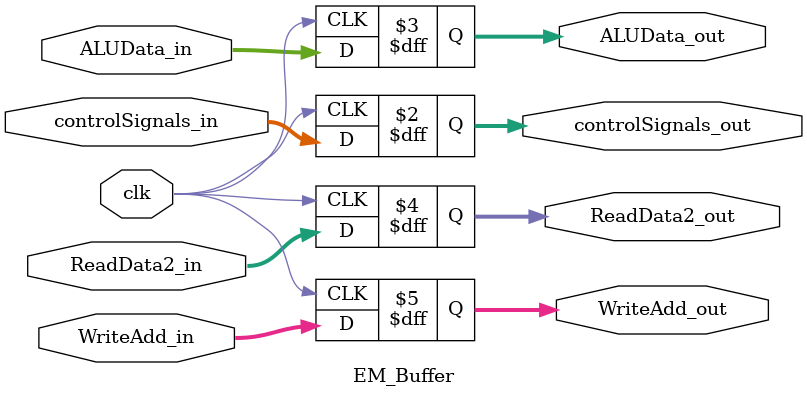
<source format=v>
/*
Buffer between Fetch and Decode Stages
inputs:
  -instruction_in(32 bit):input instruction
  -clk:clock
output:
  -instruction_out(32 bit):output instruction   
*/
module EM_Buffer (controlSignals_in,ALUData_in,ReadData2_in,WriteAdd_in,clk,controlSignals_out,ALUData_out,ReadData2_out,WriteAdd_out);
  input[7:0] controlSignals_in;
  input [15:0] ALUData_in,ReadData2_in;
  input [2:0] WriteAdd_in;
  input clk;

  output reg [7:0] controlSignals_out;
  output reg [15:0] ALUData_out,ReadData2_out;
  output reg [2:0] WriteAdd_out;

  always @(posedge clk)begin
    controlSignals_out = controlSignals_in;
    ALUData_out = ALUData_in;
    ReadData2_out = ReadData2_in;
    WriteAdd_out = WriteAdd_in;
    end
endmodule
</source>
